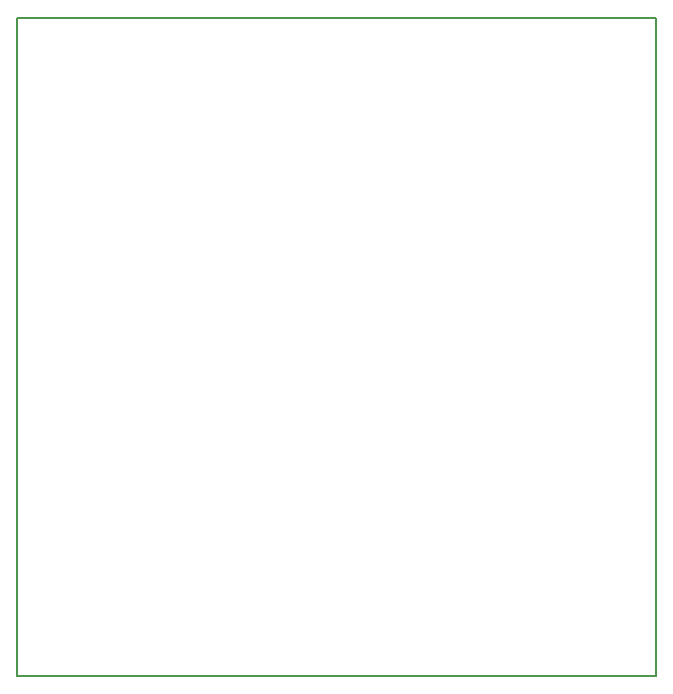
<source format=gm1>
G04 MADE WITH FRITZING*
G04 WWW.FRITZING.ORG*
G04 DOUBLE SIDED*
G04 HOLES PLATED*
G04 CONTOUR ON CENTER OF CONTOUR VECTOR*
%ASAXBY*%
%FSLAX23Y23*%
%MOIN*%
%OFA0B0*%
%SFA1.0B1.0*%
%ADD10R,2.136110X2.202780*%
%ADD11C,0.008000*%
%ADD10C,0.008*%
%LNCONTOUR*%
G90*
G70*
G54D10*
G54D11*
X4Y2199D02*
X2132Y2199D01*
X2132Y4D01*
X4Y4D01*
X4Y2199D01*
D02*
G04 End of contour*
M02*
</source>
